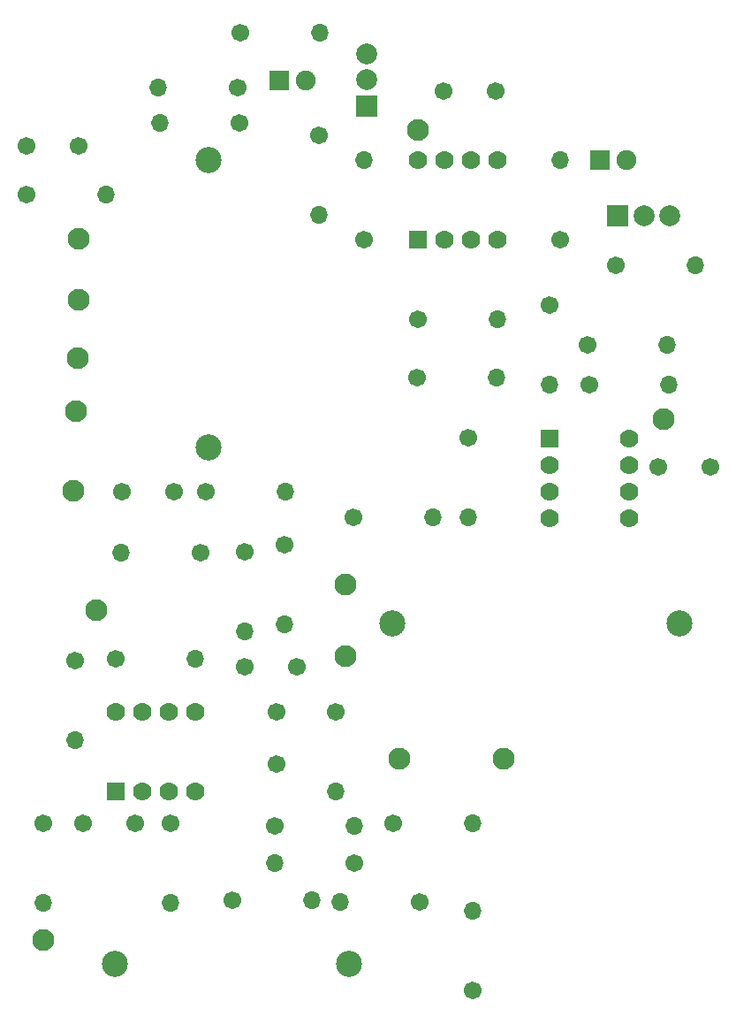
<source format=gbr>
G04 #@! TF.GenerationSoftware,KiCad,Pcbnew,5.1.5*
G04 #@! TF.CreationDate,2019-12-09T13:06:03-07:00*
G04 #@! TF.ProjectId,light-tone-pedal,6c696768-742d-4746-9f6e-652d70656461,rev?*
G04 #@! TF.SameCoordinates,Original*
G04 #@! TF.FileFunction,Soldermask,Bot*
G04 #@! TF.FilePolarity,Negative*
%FSLAX46Y46*%
G04 Gerber Fmt 4.6, Leading zero omitted, Abs format (unit mm)*
G04 Created by KiCad (PCBNEW 5.1.5) date 2019-12-09 13:06:03*
%MOMM*%
%LPD*%
G04 APERTURE LIST*
%ADD10O,1.701600X1.701600*%
%ADD11C,1.701600*%
%ADD12C,2.100580*%
%ADD13R,1.778000X1.778000*%
%ADD14C,1.778000*%
%ADD15C,2.501600*%
%ADD16C,2.101600*%
%ADD17C,1.901600*%
%ADD18R,1.901600X1.901600*%
%ADD19C,2.001600*%
%ADD20R,2.001600X2.001600*%
G04 APERTURE END LIST*
D10*
X105880000Y-55090000D03*
D11*
X98260000Y-55090000D03*
X103240000Y-50420000D03*
X98240000Y-50420000D03*
D12*
X102743000Y-83439000D03*
X128778000Y-99314000D03*
X128778000Y-92456000D03*
X99822000Y-126492000D03*
X102997000Y-75819000D03*
X103124000Y-70739000D03*
X103251000Y-65151000D03*
X103251000Y-59309000D03*
X104902000Y-94869000D03*
X159258000Y-76581000D03*
X135763000Y-48895000D03*
D13*
X148336000Y-78486000D03*
D14*
X148336000Y-81026000D03*
X148336000Y-83566000D03*
X148336000Y-86106000D03*
X155956000Y-86106000D03*
X155956000Y-83566000D03*
X155956000Y-81026000D03*
X155956000Y-78486000D03*
D13*
X106807000Y-112268000D03*
D14*
X109347000Y-112268000D03*
X111887000Y-112268000D03*
X114427000Y-112268000D03*
X114427000Y-104648000D03*
X111887000Y-104648000D03*
X109347000Y-104648000D03*
X106807000Y-104648000D03*
D13*
X135763000Y-59436000D03*
D14*
X138303000Y-59436000D03*
X140843000Y-59436000D03*
X143383000Y-59436000D03*
X143383000Y-51816000D03*
X140843000Y-51816000D03*
X138303000Y-51816000D03*
X135763000Y-51816000D03*
D15*
X115697000Y-79316000D03*
X115697000Y-51816000D03*
D11*
X103632000Y-115316000D03*
X108632000Y-115316000D03*
X119126000Y-100330000D03*
X124126000Y-100330000D03*
X143176000Y-45212000D03*
X138176000Y-45212000D03*
X112395000Y-83566000D03*
X107395000Y-83566000D03*
D15*
X129180000Y-128778000D03*
X106680000Y-128778000D03*
X160782000Y-96139000D03*
X133282000Y-96139000D03*
D16*
X133985000Y-109093000D03*
X143985000Y-109093000D03*
D11*
X122174000Y-104648000D03*
X122174000Y-109648000D03*
X163750000Y-81153000D03*
X158750000Y-81153000D03*
D17*
X124968000Y-44196000D03*
D18*
X122428000Y-44196000D03*
X153162000Y-51816000D03*
D17*
X155702000Y-51816000D03*
D10*
X143256000Y-72644000D03*
D11*
X135636000Y-72644000D03*
X135763000Y-67056000D03*
D10*
X143383000Y-67056000D03*
X102870000Y-107315000D03*
D11*
X102870000Y-99695000D03*
D10*
X112014000Y-122936000D03*
D11*
X112014000Y-115316000D03*
D10*
X119126000Y-96901000D03*
D11*
X119126000Y-89281000D03*
X114935000Y-89408000D03*
D10*
X107315000Y-89408000D03*
X126238000Y-57023000D03*
D11*
X126238000Y-49403000D03*
X118745000Y-39624000D03*
D10*
X126365000Y-39624000D03*
X140970000Y-123698000D03*
D11*
X140970000Y-131318000D03*
X133350000Y-115316000D03*
D10*
X140970000Y-115316000D03*
X125603000Y-122682000D03*
D11*
X117983000Y-122682000D03*
X135890000Y-122809000D03*
D10*
X128270000Y-122809000D03*
D11*
X129540000Y-85979000D03*
D10*
X137160000Y-85979000D03*
X140589000Y-85979000D03*
D11*
X140589000Y-78359000D03*
X106807000Y-99568000D03*
D10*
X114427000Y-99568000D03*
X127889000Y-112268000D03*
D11*
X127889000Y-104648000D03*
X148336000Y-65659000D03*
D10*
X148336000Y-73279000D03*
X162306000Y-61849000D03*
D11*
X154686000Y-61849000D03*
X130556000Y-59436000D03*
D10*
X130556000Y-51816000D03*
D11*
X118618000Y-48260000D03*
D10*
X110998000Y-48260000D03*
X110871000Y-44831000D03*
D11*
X118491000Y-44831000D03*
X115443000Y-83566000D03*
D10*
X123063000Y-83566000D03*
D11*
X122936000Y-88646000D03*
D10*
X122936000Y-96266000D03*
X122047000Y-119126000D03*
D11*
X129667000Y-119126000D03*
X122047000Y-115570000D03*
D10*
X129667000Y-115570000D03*
X159766000Y-73279000D03*
D11*
X152146000Y-73279000D03*
D10*
X159639000Y-69469000D03*
D11*
X152019000Y-69469000D03*
X149352000Y-59436000D03*
D10*
X149352000Y-51816000D03*
D19*
X130810000Y-41609000D03*
X130810000Y-44109000D03*
D20*
X130810000Y-46609000D03*
D19*
X159893000Y-57150000D03*
X157393000Y-57150000D03*
D20*
X154893000Y-57150000D03*
D11*
X99822000Y-115316000D03*
D10*
X99822000Y-122936000D03*
M02*

</source>
